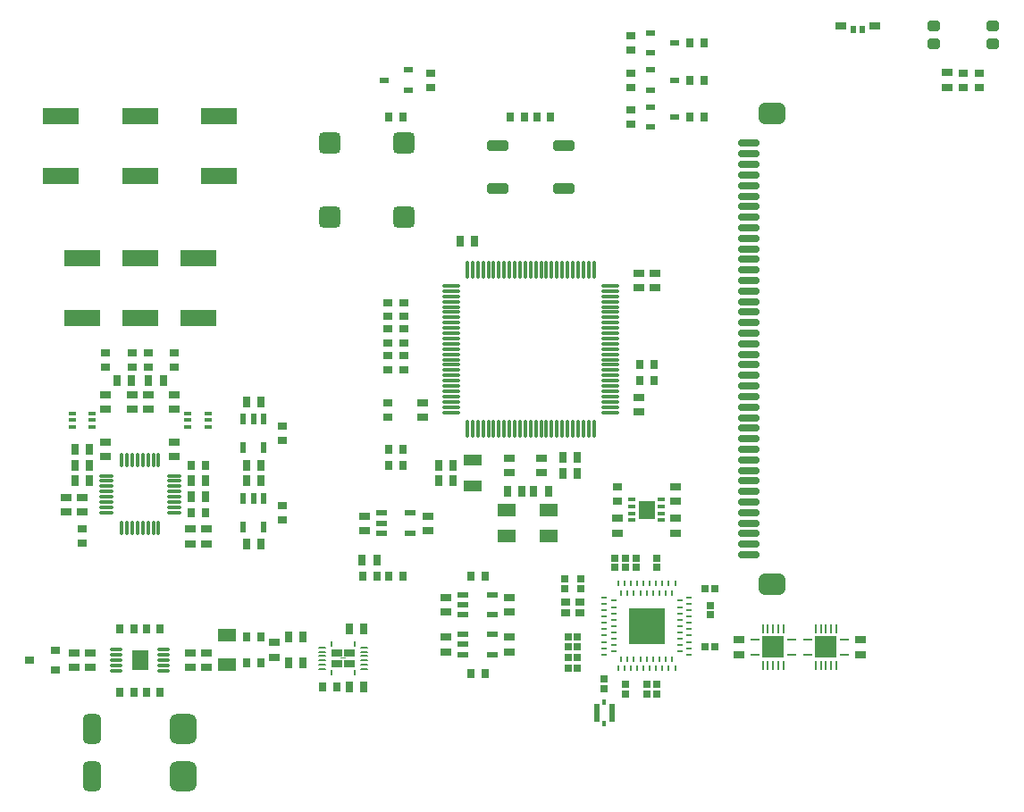
<source format=gtp>
G04 Layer_Color=8421504*
%FSLAX25Y25*%
%MOIN*%
G70*
G01*
G75*
%ADD11O,0.07087X0.01181*%
%ADD12O,0.01181X0.07087*%
%ADD13R,0.02835X0.03937*%
%ADD14R,0.03150X0.01575*%
%ADD15R,0.03543X0.02362*%
%ADD16R,0.13386X0.06496*%
%ADD17R,0.02362X0.03937*%
%ADD18R,0.03740X0.02559*%
%ADD19R,0.02559X0.03740*%
%ADD20R,0.03937X0.02835*%
%ADD21R,0.03937X0.02362*%
%ADD22R,0.02520X0.02520*%
%ADD23R,0.03937X0.03150*%
%ADD24R,0.01969X0.02559*%
G04:AMPARAMS|DCode=25|XSize=23.62mil|YSize=78.74mil|CornerRadius=5.91mil|HoleSize=0mil|Usage=FLASHONLY|Rotation=270.000|XOffset=0mil|YOffset=0mil|HoleType=Round|Shape=RoundedRectangle|*
%AMROUNDEDRECTD25*
21,1,0.02362,0.06693,0,0,270.0*
21,1,0.01181,0.07874,0,0,270.0*
1,1,0.01181,-0.03347,-0.00591*
1,1,0.01181,-0.03347,0.00591*
1,1,0.01181,0.03347,0.00591*
1,1,0.01181,0.03347,-0.00591*
%
%ADD25ROUNDEDRECTD25*%
G04:AMPARAMS|DCode=26|XSize=78.74mil|YSize=98.43mil|CornerRadius=19.69mil|HoleSize=0mil|Usage=FLASHONLY|Rotation=270.000|XOffset=0mil|YOffset=0mil|HoleType=Round|Shape=RoundedRectangle|*
%AMROUNDEDRECTD26*
21,1,0.07874,0.05906,0,0,270.0*
21,1,0.03937,0.09843,0,0,270.0*
1,1,0.03937,-0.02953,-0.01969*
1,1,0.03937,-0.02953,0.01969*
1,1,0.03937,0.02953,0.01969*
1,1,0.03937,0.02953,-0.01969*
%
%ADD26ROUNDEDRECTD26*%
%ADD27R,0.03740X0.02559*%
%ADD28R,0.07087X0.04921*%
G04:AMPARAMS|DCode=29|XSize=78.74mil|YSize=39.37mil|CornerRadius=9.84mil|HoleSize=0mil|Usage=FLASHONLY|Rotation=180.000|XOffset=0mil|YOffset=0mil|HoleType=Round|Shape=RoundedRectangle|*
%AMROUNDEDRECTD29*
21,1,0.07874,0.01969,0,0,180.0*
21,1,0.05906,0.03937,0,0,180.0*
1,1,0.01969,-0.02953,0.00984*
1,1,0.01969,0.02953,0.00984*
1,1,0.01969,0.02953,-0.00984*
1,1,0.01969,-0.02953,-0.00984*
%
%ADD29ROUNDEDRECTD29*%
%ADD30O,0.01181X0.05512*%
%ADD31O,0.05512X0.01181*%
%ADD32R,0.05906X0.06890*%
%ADD33R,0.07087X0.03937*%
G04:AMPARAMS|DCode=37|XSize=47.24mil|YSize=39.37mil|CornerRadius=9.84mil|HoleSize=0mil|Usage=FLASHONLY|Rotation=180.000|XOffset=0mil|YOffset=0mil|HoleType=Round|Shape=RoundedRectangle|*
%AMROUNDEDRECTD37*
21,1,0.04724,0.01969,0,0,180.0*
21,1,0.02756,0.03937,0,0,180.0*
1,1,0.01969,-0.01378,0.00984*
1,1,0.01969,0.01378,0.00984*
1,1,0.01969,0.01378,-0.00984*
1,1,0.01969,-0.01378,-0.00984*
%
%ADD37ROUNDEDRECTD37*%
%ADD38R,0.02520X0.02520*%
%ADD39R,0.01575X0.02362*%
%ADD40R,0.02362X0.06890*%
%ADD41R,0.03347X0.02953*%
G04:AMPARAMS|DCode=42|XSize=110.24mil|YSize=66.93mil|CornerRadius=16.73mil|HoleSize=0mil|Usage=FLASHONLY|Rotation=90.000|XOffset=0mil|YOffset=0mil|HoleType=Round|Shape=RoundedRectangle|*
%AMROUNDEDRECTD42*
21,1,0.11024,0.03347,0,0,90.0*
21,1,0.07677,0.06693,0,0,90.0*
1,1,0.03346,0.01673,0.03839*
1,1,0.03346,0.01673,-0.03839*
1,1,0.03346,-0.01673,-0.03839*
1,1,0.03346,-0.01673,0.03839*
%
%ADD42ROUNDEDRECTD42*%
G04:AMPARAMS|DCode=43|XSize=110.24mil|YSize=102.36mil|CornerRadius=25.59mil|HoleSize=0mil|Usage=FLASHONLY|Rotation=90.000|XOffset=0mil|YOffset=0mil|HoleType=Round|Shape=RoundedRectangle|*
%AMROUNDEDRECTD43*
21,1,0.11024,0.05118,0,0,90.0*
21,1,0.05906,0.10236,0,0,90.0*
1,1,0.05118,0.02559,0.02953*
1,1,0.05118,0.02559,-0.02953*
1,1,0.05118,-0.02559,-0.02953*
1,1,0.05118,-0.02559,0.02953*
%
%ADD43ROUNDEDRECTD43*%
%ADD46O,0.05315X0.01181*%
%ADD47R,0.06181X0.07402*%
%ADD48R,0.13386X0.13386*%
%ADD49O,0.00787X0.02559*%
%ADD50O,0.02559X0.00787*%
%ADD52R,0.08071X0.08071*%
%ADD53O,0.00984X0.03543*%
%ADD54O,0.03543X0.00984*%
%ADD55R,0.07087X0.04724*%
%ADD75C,0.00787*%
%ADD77R,0.03937X0.03150*%
%ADD78R,0.00984X0.02067*%
G04:AMPARAMS|DCode=79|XSize=78.74mil|YSize=78.74mil|CornerRadius=14.76mil|HoleSize=0mil|Usage=FLASHONLY|Rotation=90.000|XOffset=0mil|YOffset=0mil|HoleType=Round|Shape=RoundedRectangle|*
%AMROUNDEDRECTD79*
21,1,0.07874,0.04921,0,0,90.0*
21,1,0.04921,0.07874,0,0,90.0*
1,1,0.02953,0.02461,0.02461*
1,1,0.02953,0.02461,-0.02461*
1,1,0.02953,-0.02461,-0.02461*
1,1,0.02953,-0.02461,0.02461*
%
%ADD79ROUNDEDRECTD79*%
%ADD80R,0.01969X0.00000*%
D11*
X49409Y45276D02*
D03*
Y47244D02*
D03*
Y37402D02*
D03*
Y43307D02*
D03*
Y39370D02*
D03*
Y41339D02*
D03*
Y27559D02*
D03*
Y29528D02*
D03*
Y23622D02*
D03*
Y25591D02*
D03*
Y33465D02*
D03*
Y35433D02*
D03*
Y31496D02*
D03*
Y19685D02*
D03*
Y21654D02*
D03*
Y15748D02*
D03*
Y17717D02*
D03*
Y13780D02*
D03*
Y3937D02*
D03*
Y5906D02*
D03*
Y0D02*
D03*
Y1969D02*
D03*
Y9843D02*
D03*
Y11811D02*
D03*
Y7874D02*
D03*
X-10039Y47244D02*
D03*
Y45276D02*
D03*
Y33465D02*
D03*
Y35433D02*
D03*
Y29528D02*
D03*
Y31496D02*
D03*
Y41339D02*
D03*
Y43307D02*
D03*
Y37402D02*
D03*
Y39370D02*
D03*
Y19685D02*
D03*
Y21654D02*
D03*
Y15748D02*
D03*
Y17717D02*
D03*
Y25591D02*
D03*
Y27559D02*
D03*
Y23622D02*
D03*
Y7874D02*
D03*
Y13780D02*
D03*
Y9843D02*
D03*
Y11811D02*
D03*
Y3937D02*
D03*
Y1969D02*
D03*
Y5906D02*
D03*
Y0D02*
D03*
D12*
X43307Y53347D02*
D03*
X41339D02*
D03*
X35433D02*
D03*
X33465D02*
D03*
X39370D02*
D03*
X37402D02*
D03*
X27559D02*
D03*
X25591D02*
D03*
X31496D02*
D03*
X29528D02*
D03*
X23622D02*
D03*
X21654D02*
D03*
X19685D02*
D03*
X17717D02*
D03*
X15748D02*
D03*
X25591Y-6102D02*
D03*
X23622D02*
D03*
X29528D02*
D03*
X27559D02*
D03*
X19685D02*
D03*
X17717D02*
D03*
X21654D02*
D03*
X39370D02*
D03*
X37402D02*
D03*
X43307D02*
D03*
X41339D02*
D03*
X33465D02*
D03*
X31496D02*
D03*
X35433D02*
D03*
X9843Y53347D02*
D03*
X7874D02*
D03*
X13780D02*
D03*
X11811D02*
D03*
X-1969D02*
D03*
X5906D02*
D03*
X3937D02*
D03*
X1969D02*
D03*
X0D02*
D03*
X-3937D02*
D03*
X11811Y-6102D02*
D03*
X9843D02*
D03*
X15748D02*
D03*
X13780D02*
D03*
X1969D02*
D03*
X3937D02*
D03*
X0D02*
D03*
X7874D02*
D03*
X5906D02*
D03*
X-1969D02*
D03*
X-3937D02*
D03*
D13*
X37165Y-16732D02*
D03*
X31732D02*
D03*
X-43071Y-55118D02*
D03*
X-37638D02*
D03*
X-101614Y-31496D02*
D03*
X-107047D02*
D03*
X-86378Y-25591D02*
D03*
X-80945D02*
D03*
X-101614Y-25591D02*
D03*
X-107047D02*
D03*
X-86378Y-49213D02*
D03*
X-80945D02*
D03*
X-86378Y-19685D02*
D03*
X-80945D02*
D03*
X-86378Y3937D02*
D03*
X-80945D02*
D03*
X-129173Y11811D02*
D03*
X-134606D02*
D03*
X37165Y-22638D02*
D03*
X31732D02*
D03*
X-9094Y-25591D02*
D03*
X-14527D02*
D03*
X-9094Y-19685D02*
D03*
X-14527D02*
D03*
X16496Y-29528D02*
D03*
X11063D02*
D03*
X20906Y-29528D02*
D03*
X26338D02*
D03*
X-42559Y-80709D02*
D03*
X-47992D02*
D03*
X-70630Y-93504D02*
D03*
X-65197D02*
D03*
X-42559Y-102362D02*
D03*
X-47992D02*
D03*
X-65197Y-83662D02*
D03*
X-70630D02*
D03*
X-6654Y63976D02*
D03*
X-1221D02*
D03*
X-117362Y11811D02*
D03*
X-122795D02*
D03*
X-150354Y-25591D02*
D03*
X-144921D02*
D03*
X-150354Y-19685D02*
D03*
X-144921D02*
D03*
X-150354Y-13780D02*
D03*
X-144921D02*
D03*
D14*
X-143898Y-2953D02*
D03*
Y-394D02*
D03*
Y-5512D02*
D03*
X-151378Y-2953D02*
D03*
Y-394D02*
D03*
Y-5512D02*
D03*
X-100591Y-2953D02*
D03*
Y-394D02*
D03*
Y-5512D02*
D03*
X-108071D02*
D03*
Y-394D02*
D03*
Y-2953D02*
D03*
X68465Y-40256D02*
D03*
Y-37697D02*
D03*
Y-35138D02*
D03*
Y-32579D02*
D03*
X57520Y-40256D02*
D03*
Y-37697D02*
D03*
Y-35138D02*
D03*
Y-32579D02*
D03*
D15*
X64370Y113976D02*
D03*
Y106496D02*
D03*
X73425Y110236D02*
D03*
X64370Y141535D02*
D03*
Y134055D02*
D03*
X73425Y137795D02*
D03*
X64370Y127756D02*
D03*
Y120276D02*
D03*
X73425Y124016D02*
D03*
X-25984Y120275D02*
D03*
Y127756D02*
D03*
X-35039Y124016D02*
D03*
D16*
X-147638Y57382D02*
D03*
Y35138D02*
D03*
X-155512Y110531D02*
D03*
Y88287D02*
D03*
X-125984Y110531D02*
D03*
Y88287D02*
D03*
X-104331Y57382D02*
D03*
Y35138D02*
D03*
X-125984Y57382D02*
D03*
Y35138D02*
D03*
X-96457Y110531D02*
D03*
Y88287D02*
D03*
D17*
X-87402Y-13287D02*
D03*
X-79921D02*
D03*
X-87402Y-2461D02*
D03*
X-79921D02*
D03*
X-83661D02*
D03*
X-87402Y-42815D02*
D03*
X-79921D02*
D03*
X-87402Y-31988D02*
D03*
X-79921D02*
D03*
X-83661D02*
D03*
D18*
X-72835Y-5217D02*
D03*
Y-10531D02*
D03*
Y-34744D02*
D03*
Y-40059D02*
D03*
X-147638Y-43602D02*
D03*
Y-48917D02*
D03*
X-113189Y22343D02*
D03*
Y17028D02*
D03*
X-123031Y22343D02*
D03*
Y17028D02*
D03*
X-128937Y22343D02*
D03*
Y17028D02*
D03*
X-138779Y22343D02*
D03*
Y17028D02*
D03*
X-17717Y121358D02*
D03*
Y126673D02*
D03*
X57087Y126673D02*
D03*
Y121358D02*
D03*
Y107579D02*
D03*
Y112894D02*
D03*
X181102Y121358D02*
D03*
Y126673D02*
D03*
X187008Y126673D02*
D03*
Y121358D02*
D03*
X-33465Y16043D02*
D03*
Y21358D02*
D03*
X-27559D02*
D03*
Y16043D02*
D03*
X57087Y135138D02*
D03*
Y140453D02*
D03*
X-33465Y-1673D02*
D03*
Y3642D02*
D03*
X-27559Y41043D02*
D03*
Y35728D02*
D03*
X-33465Y41043D02*
D03*
Y35728D02*
D03*
X-33465Y31201D02*
D03*
Y25886D02*
D03*
X-27559Y31201D02*
D03*
Y25886D02*
D03*
X52165Y-27854D02*
D03*
Y-33169D02*
D03*
D19*
X-37697Y-61024D02*
D03*
X-43012D02*
D03*
X-27854Y-61024D02*
D03*
X-33169D02*
D03*
X-101673Y-37402D02*
D03*
X-106988D02*
D03*
X-101673Y-19685D02*
D03*
X-106988D02*
D03*
X-33169Y-13780D02*
D03*
X-27854D02*
D03*
X-33169Y-19685D02*
D03*
X-27854D02*
D03*
X21949Y110236D02*
D03*
X27264D02*
D03*
X-33169Y110236D02*
D03*
X-27854D02*
D03*
X84350Y110236D02*
D03*
X79035D02*
D03*
X12106Y110236D02*
D03*
X17421D02*
D03*
X60335Y11811D02*
D03*
X65650D02*
D03*
X-81004Y-93504D02*
D03*
X-86319D02*
D03*
X-81004Y-83662D02*
D03*
X-86319D02*
D03*
X-118405Y-80709D02*
D03*
X-123721D02*
D03*
X-133563Y-104331D02*
D03*
X-128248D02*
D03*
X-118405D02*
D03*
X-123721D02*
D03*
X-133563Y-80709D02*
D03*
X-128248D02*
D03*
X-57776Y-102362D02*
D03*
X-52461D02*
D03*
X79035Y137795D02*
D03*
X84350D02*
D03*
Y124016D02*
D03*
X79035D02*
D03*
X60335Y17717D02*
D03*
X65650D02*
D03*
X-2657Y-61024D02*
D03*
X2657D02*
D03*
X-2657Y-97441D02*
D03*
X2657D02*
D03*
D20*
X-147638Y-31732D02*
D03*
Y-37165D02*
D03*
X-113189Y-11063D02*
D03*
Y-16496D02*
D03*
X-138779Y-11063D02*
D03*
Y-16496D02*
D03*
X-113189Y6654D02*
D03*
Y1221D02*
D03*
X-138779Y6654D02*
D03*
Y1221D02*
D03*
X-123031Y6654D02*
D03*
Y1221D02*
D03*
X-128937Y6654D02*
D03*
Y1221D02*
D03*
X-153543Y-31732D02*
D03*
Y-37165D02*
D03*
X-18701Y-38622D02*
D03*
Y-44055D02*
D03*
X-42323Y-38622D02*
D03*
Y-44055D02*
D03*
X73819Y-39606D02*
D03*
Y-45039D02*
D03*
Y-33228D02*
D03*
Y-27795D02*
D03*
X52165Y-39606D02*
D03*
Y-45039D02*
D03*
X11811Y-69134D02*
D03*
Y-74567D02*
D03*
Y-83898D02*
D03*
Y-89331D02*
D03*
X175197Y121299D02*
D03*
Y126732D02*
D03*
X11811Y-22402D02*
D03*
Y-16969D02*
D03*
X60039Y5669D02*
D03*
Y236D02*
D03*
X-20669Y-1732D02*
D03*
Y3701D02*
D03*
X65945Y51929D02*
D03*
Y46496D02*
D03*
X60040Y51929D02*
D03*
Y46496D02*
D03*
X23622Y-16969D02*
D03*
Y-22401D02*
D03*
X-107283Y-89803D02*
D03*
Y-95236D02*
D03*
X-144685Y-89803D02*
D03*
Y-95236D02*
D03*
X-150591Y-89803D02*
D03*
Y-95236D02*
D03*
X-75787Y-91299D02*
D03*
Y-85866D02*
D03*
X-107283Y-48976D02*
D03*
Y-43543D02*
D03*
X-101378Y-48976D02*
D03*
Y-43543D02*
D03*
X142717Y-84882D02*
D03*
Y-90315D02*
D03*
X97441Y-90315D02*
D03*
Y-84882D02*
D03*
X-11811Y-74567D02*
D03*
Y-69134D02*
D03*
Y-89331D02*
D03*
Y-83898D02*
D03*
X-101378Y-95236D02*
D03*
Y-89803D02*
D03*
D21*
X-5413Y-68110D02*
D03*
Y-71850D02*
D03*
Y-75590D02*
D03*
X5413D02*
D03*
Y-68110D02*
D03*
X-5413Y-82874D02*
D03*
Y-86614D02*
D03*
Y-90354D02*
D03*
X5413D02*
D03*
Y-82874D02*
D03*
X-35925Y-37598D02*
D03*
Y-41339D02*
D03*
Y-45079D02*
D03*
X-25098D02*
D03*
Y-37598D02*
D03*
D22*
X88386Y-87598D02*
D03*
X84842D02*
D03*
X88386Y-65945D02*
D03*
X84842D02*
D03*
X37205Y-95472D02*
D03*
X33661D02*
D03*
X37205Y-91535D02*
D03*
X33661D02*
D03*
X37205Y-87598D02*
D03*
X33661D02*
D03*
X37205Y-83661D02*
D03*
X33661D02*
D03*
D23*
X148031Y144291D02*
D03*
X135433D02*
D03*
D24*
X140157Y143012D02*
D03*
X143307D02*
D03*
D25*
X101181Y100394D02*
D03*
Y96457D02*
D03*
Y92520D02*
D03*
Y88583D02*
D03*
Y84646D02*
D03*
Y80709D02*
D03*
Y76772D02*
D03*
Y72835D02*
D03*
Y68898D02*
D03*
Y64961D02*
D03*
Y61024D02*
D03*
Y57087D02*
D03*
Y53150D02*
D03*
Y49213D02*
D03*
Y45276D02*
D03*
Y41339D02*
D03*
Y37402D02*
D03*
Y33465D02*
D03*
Y29528D02*
D03*
Y25591D02*
D03*
Y21654D02*
D03*
Y17717D02*
D03*
Y13780D02*
D03*
Y9843D02*
D03*
Y5906D02*
D03*
Y1969D02*
D03*
Y-1969D02*
D03*
Y-5906D02*
D03*
Y-9843D02*
D03*
Y-13780D02*
D03*
Y-17717D02*
D03*
Y-21654D02*
D03*
Y-25591D02*
D03*
Y-29528D02*
D03*
Y-33465D02*
D03*
Y-37402D02*
D03*
Y-41339D02*
D03*
Y-45276D02*
D03*
Y-49213D02*
D03*
Y-53150D02*
D03*
D26*
X109646Y-64173D02*
D03*
Y111417D02*
D03*
D27*
X-167264Y-92520D02*
D03*
X-157539Y-88779D02*
D03*
Y-96260D02*
D03*
D28*
X-93504Y-94193D02*
D03*
Y-82972D02*
D03*
D29*
X31988Y99410D02*
D03*
X7383D02*
D03*
X7383Y83662D02*
D03*
X31988D02*
D03*
D30*
X-123031Y-43110D02*
D03*
X-125000D02*
D03*
X-126969D02*
D03*
X-130905D02*
D03*
X-128937D02*
D03*
X-121063Y-17913D02*
D03*
X-119095D02*
D03*
X-123031D02*
D03*
X-125000D02*
D03*
X-126969D02*
D03*
X-121063Y-43110D02*
D03*
X-119095D02*
D03*
X-130905Y-17913D02*
D03*
X-128937D02*
D03*
X-132874D02*
D03*
Y-43110D02*
D03*
D31*
X-138583Y-35433D02*
D03*
Y-37402D02*
D03*
X-113386Y-23622D02*
D03*
Y-25591D02*
D03*
Y-29528D02*
D03*
Y-31496D02*
D03*
Y-27559D02*
D03*
Y-35433D02*
D03*
Y-37402D02*
D03*
Y-33465D02*
D03*
X-138583Y-25591D02*
D03*
Y-27559D02*
D03*
Y-23622D02*
D03*
Y-31496D02*
D03*
Y-33465D02*
D03*
Y-29528D02*
D03*
D32*
X62992Y-36417D02*
D03*
D33*
X-1969Y-17717D02*
D03*
Y-27559D02*
D03*
D37*
X192126Y144095D02*
D03*
Y137402D02*
D03*
X170079Y144095D02*
D03*
Y137402D02*
D03*
D38*
X51181Y-54331D02*
D03*
Y-57874D02*
D03*
X55118Y-54331D02*
D03*
Y-57874D02*
D03*
X59055Y-54331D02*
D03*
Y-57874D02*
D03*
X66929Y-54331D02*
D03*
Y-57874D02*
D03*
X86614Y-72047D02*
D03*
Y-75591D02*
D03*
X66929Y-101575D02*
D03*
Y-105118D02*
D03*
X62992Y-101575D02*
D03*
Y-105118D02*
D03*
X55118Y-101575D02*
D03*
Y-105118D02*
D03*
X47244Y-99606D02*
D03*
Y-103149D02*
D03*
X32480Y-65748D02*
D03*
Y-62205D02*
D03*
X38386D02*
D03*
Y-65748D02*
D03*
D39*
X47244Y-108268D02*
D03*
Y-116142D02*
D03*
D40*
X50000Y-112205D02*
D03*
X44488D02*
D03*
D41*
X38091Y-74902D02*
D03*
X32776D02*
D03*
X38091Y-70768D02*
D03*
X32776D02*
D03*
D42*
X-143898Y-135827D02*
D03*
Y-118110D02*
D03*
D43*
X-109843Y-135827D02*
D03*
Y-118110D02*
D03*
D46*
X-134744Y-88583D02*
D03*
Y-90551D02*
D03*
Y-92520D02*
D03*
Y-94488D02*
D03*
Y-96457D02*
D03*
X-117224Y-88583D02*
D03*
Y-90551D02*
D03*
Y-92520D02*
D03*
Y-94488D02*
D03*
Y-96457D02*
D03*
D47*
X-125984Y-92520D02*
D03*
D48*
X62992Y-79724D02*
D03*
D49*
X72441Y-67421D02*
D03*
X70079D02*
D03*
X67716D02*
D03*
X65354D02*
D03*
X62992D02*
D03*
X60630D02*
D03*
X58268D02*
D03*
X55905D02*
D03*
X53543D02*
D03*
Y-92027D02*
D03*
X55905D02*
D03*
X58268D02*
D03*
X60630D02*
D03*
X62992D02*
D03*
X65354D02*
D03*
X67716D02*
D03*
X70079D02*
D03*
X72441D02*
D03*
X73622Y-63878D02*
D03*
X71260D02*
D03*
X68898D02*
D03*
X66535D02*
D03*
X64173D02*
D03*
X61811D02*
D03*
X59449D02*
D03*
X57086D02*
D03*
X54724D02*
D03*
X52362D02*
D03*
Y-95571D02*
D03*
X54724D02*
D03*
X57086D02*
D03*
X59449D02*
D03*
X61811D02*
D03*
X64173D02*
D03*
X66535D02*
D03*
X68898D02*
D03*
X71260D02*
D03*
X73622D02*
D03*
D50*
X50689Y-70276D02*
D03*
Y-72638D02*
D03*
Y-75000D02*
D03*
Y-77362D02*
D03*
Y-79724D02*
D03*
Y-82087D02*
D03*
Y-84449D02*
D03*
Y-86811D02*
D03*
Y-89173D02*
D03*
X75295D02*
D03*
Y-86811D02*
D03*
Y-84449D02*
D03*
Y-82087D02*
D03*
Y-79724D02*
D03*
Y-77362D02*
D03*
Y-75000D02*
D03*
Y-72638D02*
D03*
Y-70276D02*
D03*
X47146Y-69095D02*
D03*
Y-71457D02*
D03*
Y-73819D02*
D03*
Y-76181D02*
D03*
Y-78543D02*
D03*
Y-80905D02*
D03*
Y-83268D02*
D03*
Y-85630D02*
D03*
Y-87992D02*
D03*
Y-90354D02*
D03*
X78838D02*
D03*
Y-87992D02*
D03*
Y-85630D02*
D03*
Y-83268D02*
D03*
Y-80905D02*
D03*
Y-78543D02*
D03*
Y-76181D02*
D03*
Y-73819D02*
D03*
Y-71457D02*
D03*
Y-69095D02*
D03*
D52*
X129921Y-87598D02*
D03*
X110236D02*
D03*
D53*
X133858Y-94390D02*
D03*
X131890D02*
D03*
X129921D02*
D03*
X127953D02*
D03*
X125984D02*
D03*
Y-80807D02*
D03*
X127953D02*
D03*
X129921D02*
D03*
X131890D02*
D03*
X133858D02*
D03*
X106299D02*
D03*
X108268D02*
D03*
X110236D02*
D03*
X112205D02*
D03*
X114173D02*
D03*
Y-94390D02*
D03*
X112205D02*
D03*
X110236D02*
D03*
X108268D02*
D03*
X106299D02*
D03*
D54*
X123130Y-90551D02*
D03*
Y-84646D02*
D03*
X136713D02*
D03*
Y-90551D02*
D03*
X117028Y-84646D02*
D03*
Y-90551D02*
D03*
X103445D02*
D03*
Y-84646D02*
D03*
D55*
X26575Y-36614D02*
D03*
X10827D02*
D03*
Y-46063D02*
D03*
X26575D02*
D03*
D75*
X-43602Y-95669D02*
X-41240D01*
X-43602Y-94095D02*
X-41240D01*
X-43602Y-92520D02*
X-41240D01*
X-43602Y-90945D02*
X-41240D01*
X-43602Y-89370D02*
X-41240D01*
X-43602Y-87795D02*
X-41240D01*
X-59153Y-95669D02*
X-56791D01*
X-59153Y-94095D02*
X-56791D01*
X-59153Y-92520D02*
X-56791D01*
X-59153Y-90945D02*
X-56791D01*
X-59153Y-89370D02*
X-56791D01*
X-59153Y-87795D02*
X-56791D01*
D77*
X-47835Y-93701D02*
D03*
X-52559D02*
D03*
Y-89764D02*
D03*
X-47835D02*
D03*
D78*
X-45866Y-97096D02*
D03*
Y-86368D02*
D03*
X-54527D02*
D03*
Y-97096D02*
D03*
D79*
X-55118Y72835D02*
D03*
X-27559D02*
D03*
X-55118Y100394D02*
D03*
X-27559D02*
D03*
D80*
X-50197Y-91732D02*
D03*
M02*

</source>
